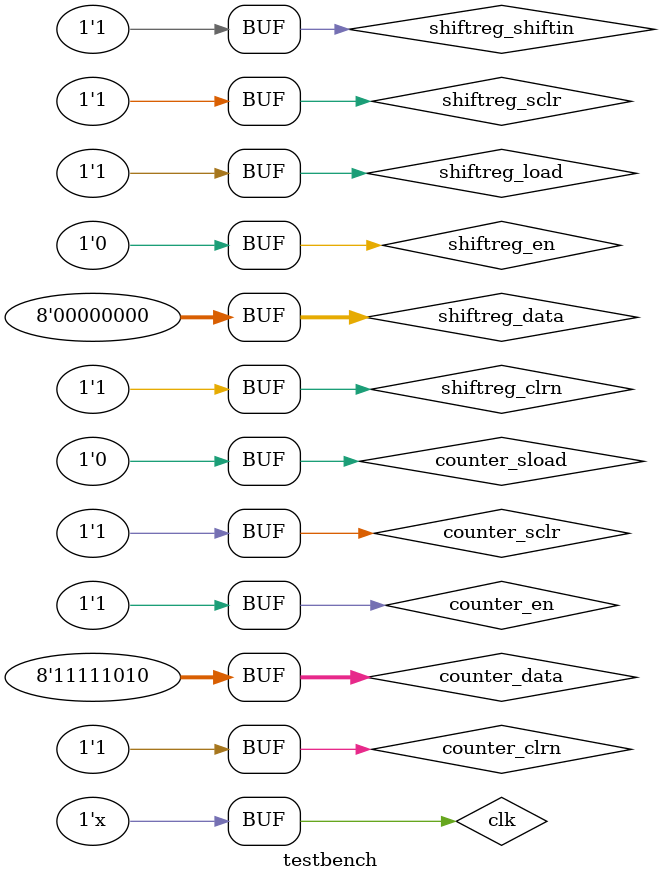
<source format=sv>
`timescale 1ns / 1ps

module testbench
(
);
/*=================================================================*\
 - - - - - - - - - Global signals - - - - - - - - - - - - - - - - - -
\*=================================================================*/

bit clk;
	
initial 
begin
	clk		= 1'b0;
end

always 
  #5  clk = !clk; 

/*=================================================================*\
 - - - - - - - - - - - Counter - - - - - - - - - - - - - - - - - - -
\*=================================================================*/
localparam COUNTER_WIDTH = 8;

bit counter_clrn, 
	counter_sclr, 
	counter_en,
	counter_sload;
	
bit [(COUNTER_WIDTH-1) : 0]counter_data;
bit [(COUNTER_WIDTH-1) : 0]counter_q;

initial
begin
	counter_clrn = '0;
	counter_sclr = '0;
	counter_en  = '0;
	counter_sload = '0;
	counter_data = '0;
	
#20	counter_clrn = '1;
	counter_sclr = '1;
	counter_en  = '1;

#23 counter_clrn = '0;
#5  counter_clrn = '1;

#34 counter_sclr = '0;
#10 counter_sclr = '1;

#66 counter_en  = '0; 

#22 counter_en  = '1;
    counter_data = 250;
    counter_sload = '1;
#10 counter_sload = '0;
end


Counter
#(
	.WIDTH		(COUNTER_WIDTH),  
    .DIRECTION	(0)  
)
			Counter_inst
(
    .clk 	(clk),     
    .clrn	(counter_clrn),             
    .sclr	(counter_sclr),        
    .en 	(counter_en), 
	.data   (counter_data),
	.sload  (counter_sload),
    .q		(counter_q)
);

/*=================================================================*\
 - - - - - - - - - - - Shiftreg - - - - - - - - - - - - - - - - - - -
\*=================================================================*/
logic	shiftreg_en,
		shiftreg_clrn,
		shiftreg_load,
		shiftreg_shiftin,
		shiftreg_sclr;
logic [7 : 0]shiftreg_data;
logic [7 : 0]shiftregr_q;
logic shiftreg_shiftout;

initial
begin
	shiftreg_en = '0;
	shiftreg_load = '0;
	shiftreg_data = '1;
	shiftreg_shiftin = '1;
	shiftreg_sclr = '0;
	shiftreg_clrn = '0;
	
#20	shiftreg_sclr = '1;
	shiftreg_clrn = '1;
	shiftreg_en  = '1;

#100
	shiftreg_sclr = '0;
	shiftreg_load = '1;
	
#10 shiftreg_sclr = '1;

#10  shiftreg_en = '0;
	 shiftreg_data = '0;

#40  shiftreg_clrn = '0;
#10	 shiftreg_clrn = '1;

end

Shiftreg #( .DIRECTION (0)) Shiftreg_inst
(
    .clk		(clk),
	.clrn       (shiftreg_clrn),  
    .en			(shiftreg_en),
    .load		(shiftreg_load),
    .data		(shiftreg_data),
    .shiftin	(shiftreg_shiftin),
    .sclr		(shiftreg_sclr),
    
    .q			(shiftregr_q),
    .shiftout	(shiftreg_shiftout)
);



endmodule:testbench
</source>
